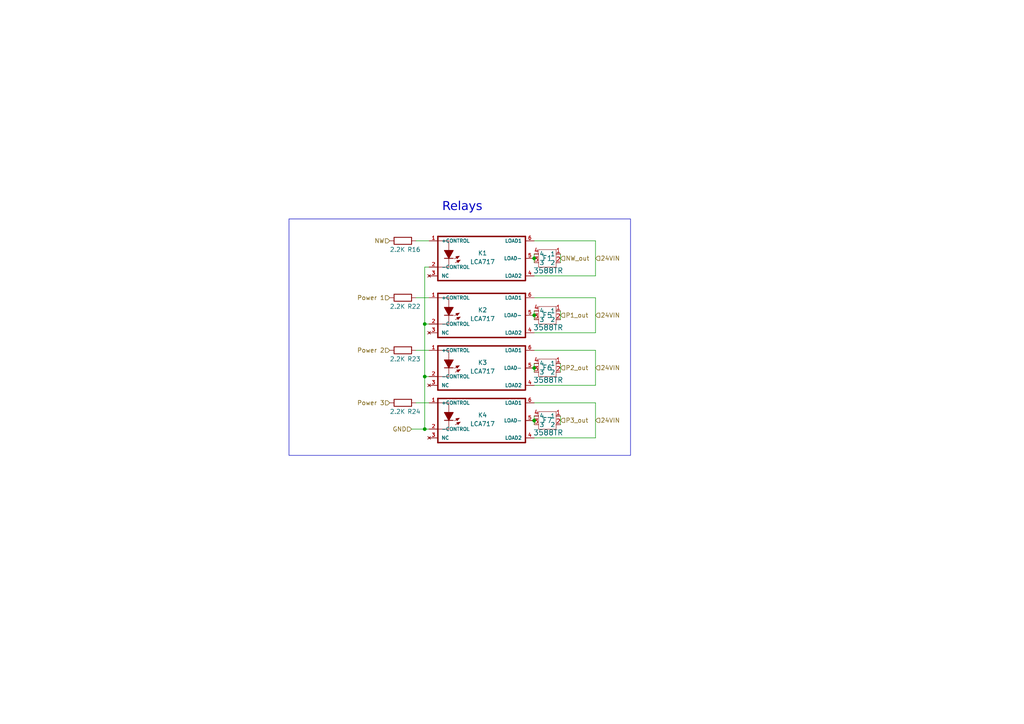
<source format=kicad_sch>
(kicad_sch (version 20231120) (generator "eeschema") (generator_version "8.0")
  (paper "A4")
  (lib_symbols
    (symbol "AusOcean:3588TR" (pin_names (offset 0.254))
      (property "Reference" "F" (at 20.32 10.16 0))
      (property "Value" "3588TR" (at 20.32 7.62 0))
      (symbol "3588TR_0_1"
        (polyline (pts (xy 7.62 -3.81) (xy 12.7 -3.81)) (stroke (width 0.127)))
        (polyline (pts (xy 7.62 1.27) (xy 7.62 -3.81)) (stroke (width 0.127)))
        (polyline (pts (xy 12.7 -3.81) (xy 12.7 1.27)) (stroke (width 0.127)))
        (polyline (pts (xy 12.7 1.27) (xy 7.62 1.27)) (stroke (width 0.127)))
      )
      (symbol "3588TR_1_1"
        (pin unspecified line (at 6.35 0 0) (length 1.27) (name "1") (number "1"))
        (pin unspecified line (at 6.35 -2.54 0) (length 1.27) (name "2") (number "2"))
        (pin unspecified line (at 13.97 -2.54 180) (length 1.27) (name "3") (number "3"))
        (pin unspecified line (at 13.97 0 180) (length 1.27) (name "4") (number "4"))
      )
    )
    (symbol "AusOcean:LCA717" (pin_names (offset 1.016))
      (property "Reference" "K" (at -12.7 7.62 0))
      (property "Value" "LCA717" (at -12.7 -8.9916 0))
      (symbol "LCA717_0_0"
        (polyline (pts (xy -12.7 -2.54) (xy -9.525 -2.54)) (stroke (width 0.1524)))
        (polyline (pts (xy -12.7 5.08) (xy -9.525 5.08)) (stroke (width 0.1524)))
        (polyline (pts (xy -12.7 6.35) (xy -12.7 -6.4516)) (stroke (width 0.4064)))
        (polyline (pts (xy -9.525 -2.54) (xy -9.525 0)) (stroke (width 0.1524)))
        (polyline (pts (xy -9.525 0) (xy -10.795 0)) (stroke (width 0.254)))
        (polyline (pts (xy -9.525 2.413) (xy -9.525 5.08)) (stroke (width 0.1524)))
        (polyline (pts (xy -8.255 0) (xy -9.525 0)) (stroke (width 0.254)))
        (polyline (pts (xy -7.874 -0.127) (xy -6.477 0.635)) (stroke (width 0.1524)))
        (polyline (pts (xy -7.62 -1.27) (xy -6.223 -0.508)) (stroke (width 0.1524)))
        (polyline (pts (xy 12.7 -6.4516) (xy -12.7 -6.4516)) (stroke (width 0.4064)))
        (polyline (pts (xy 12.7 6.35) (xy -12.7 6.35)) (stroke (width 0.4064)))
        (polyline (pts (xy 12.7 6.35) (xy 12.7 -6.35)) (stroke (width 0.4064)))
        (polyline (pts (xy -10.795 2.286) (xy -9.525 0) (xy -8.255 2.286) (xy -10.795 2.286)) (stroke (width 0.254)) (fill (type outline)))
        (polyline (pts (xy -7.493 0.508) (xy -7.112 -0.127) (xy -6.477 0.635) (xy -7.493 0.508)) (stroke (width 0.1524)) (fill (type outline)))
        (polyline (pts (xy -7.239 -0.635) (xy -6.858 -1.27) (xy -6.223 -0.508) (xy -7.239 -0.635)) (stroke (width 0.1524)) (fill (type outline)))
        (pin passive line (at -15.24 5.08 0) (length 2.54) (name "+CONTROL") (number "1"))
        (pin passive line (at -15.24 -2.54 0) (length 2.54) (name "-CONTROL") (number "2"))
        (pin no_connect line (at -15.24 -5.08 0) (length 2.54) (name "NC") (number "3"))
        (pin passive line (at 15.24 -5.08 180) (length 2.54) (name "LOAD2") (number "4"))
        (pin passive line (at 15.24 -0.0508 180) (length 2.54) (name "LOAD-") (number "5"))
        (pin passive line (at 15.24 5.08 180) (length 2.54) (name "LOAD1") (number "6"))
      )
    )
    (symbol "Device:R" (pin_numbers hide) (pin_names (offset 0))
      (property "Reference" "R" (at 2.032 0 90))
      (property "Value" "R" (at 0 0 90))
      (symbol "R_0_1"
        (rectangle (start -1.016 -2.54) (end 1.016 2.54) (stroke (width 0.254)))
      )
      (symbol "R_1_1"
        (pin passive line (at 0 3.81 270) (length 1.27) (name "~") (number "1"))
        (pin passive line (at 0 -3.81 90) (length 1.27) (name "~") (number "2"))
      )
    )
    (symbol "LCA717_1" (pin_names (offset 1.016))
      (property "Reference" "K" (at -12.7 7.62 0))
      (property "Value" "LCA717" (at -12.7 -8.9916 0))
      (symbol "LCA717_1_0_0"
        (polyline (pts (xy -12.7 -2.54) (xy -9.525 -2.54)) (stroke (width 0.1524)))
        (polyline (pts (xy -12.7 5.08) (xy -9.525 5.08)) (stroke (width 0.1524)))
        (polyline (pts (xy -12.7 6.35) (xy -12.7 -6.4516)) (stroke (width 0.4064)))
        (polyline (pts (xy -9.525 -2.54) (xy -9.525 0)) (stroke (width 0.1524)))
        (polyline (pts (xy -9.525 0) (xy -10.795 0)) (stroke (width 0.254)))
        (polyline (pts (xy -9.525 2.413) (xy -9.525 5.08)) (stroke (width 0.1524)))
        (polyline (pts (xy -8.255 0) (xy -9.525 0)) (stroke (width 0.254)))
        (polyline (pts (xy -7.874 -0.127) (xy -6.477 0.635)) (stroke (width 0.1524)))
        (polyline (pts (xy -7.62 -1.27) (xy -6.223 -0.508)) (stroke (width 0.1524)))
        (polyline (pts (xy 12.7 -6.4516) (xy -12.7 -6.4516)) (stroke (width 0.4064)))
        (polyline (pts (xy 12.7 6.35) (xy -12.7 6.35)) (stroke (width 0.4064)))
        (polyline (pts (xy 12.7 6.35) (xy 12.7 -6.35)) (stroke (width 0.4064)))
        (polyline (pts (xy -10.795 2.286) (xy -9.525 0) (xy -8.255 2.286) (xy -10.795 2.286)) (stroke (width 0.254)) (fill (type outline)))
        (polyline (pts (xy -7.493 0.508) (xy -7.112 -0.127) (xy -6.477 0.635) (xy -7.493 0.508)) (stroke (width 0.1524)) (fill (type outline)))
        (polyline (pts (xy -7.239 -0.635) (xy -6.858 -1.27) (xy -6.223 -0.508) (xy -7.239 -0.635)) (stroke (width 0.1524)) (fill (type outline)))
        (pin passive line (at -15.24 5.08 0) (length 2.54) (name "+CONTROL") (number "1"))
        (pin passive line (at -15.24 -2.54 0) (length 2.54) (name "-CONTROL") (number "2"))
        (pin no_connect line (at -15.24 -5.08 0) (length 2.54) (name "NC") (number "3"))
        (pin passive line (at 15.24 -5.08 180) (length 2.54) (name "LOAD2") (number "4"))
        (pin passive line (at 15.24 0 180) (length 2.54) (name "LOAD-") (number "5"))
        (pin passive line (at 15.24 5.08 180) (length 2.54) (name "LOAD1") (number "6"))
      )
    )
    (symbol "LCA717_2" (pin_names (offset 1.016))
      (property "Reference" "K" (at -12.7 7.62 0))
      (property "Value" "LCA717" (at -12.7 -8.9916 0))
      (symbol "LCA717_2_0_0"
        (polyline (pts (xy -12.7 -2.54) (xy -9.525 -2.54)) (stroke (width 0.1524)))
        (polyline (pts (xy -12.7 5.08) (xy -9.525 5.08)) (stroke (width 0.1524)))
        (polyline (pts (xy -12.7 6.35) (xy -12.7 -6.4516)) (stroke (width 0.4064)))
        (polyline (pts (xy -9.525 -2.54) (xy -9.525 0)) (stroke (width 0.1524)))
        (polyline (pts (xy -9.525 0) (xy -10.795 0)) (stroke (width 0.254)))
        (polyline (pts (xy -9.525 2.413) (xy -9.525 5.08)) (stroke (width 0.1524)))
        (polyline (pts (xy -8.255 0) (xy -9.525 0)) (stroke (width 0.254)))
        (polyline (pts (xy -7.874 -0.127) (xy -6.477 0.635)) (stroke (width 0.1524)))
        (polyline (pts (xy -7.62 -1.27) (xy -6.223 -0.508)) (stroke (width 0.1524)))
        (polyline (pts (xy 12.7 -6.4516) (xy -12.7 -6.4516)) (stroke (width 0.4064)))
        (polyline (pts (xy 12.7 6.35) (xy -12.7 6.35)) (stroke (width 0.4064)))
        (polyline (pts (xy 12.7 6.35) (xy 12.7 -6.35)) (stroke (width 0.4064)))
        (polyline (pts (xy -10.795 2.286) (xy -9.525 0) (xy -8.255 2.286) (xy -10.795 2.286)) (stroke (width 0.254)) (fill (type outline)))
        (polyline (pts (xy -7.493 0.508) (xy -7.112 -0.127) (xy -6.477 0.635) (xy -7.493 0.508)) (stroke (width 0.1524)) (fill (type outline)))
        (polyline (pts (xy -7.239 -0.635) (xy -6.858 -1.27) (xy -6.223 -0.508) (xy -7.239 -0.635)) (stroke (width 0.1524)) (fill (type outline)))
        (pin passive line (at -15.24 5.08 0) (length 2.54) (name "+CONTROL") (number "1"))
        (pin passive line (at -15.24 -2.54 0) (length 2.54) (name "-CONTROL") (number "2"))
        (pin no_connect line (at -15.24 -5.08 0) (length 2.54) (name "NC") (number "3"))
        (pin passive line (at 15.24 -5.08 180) (length 2.54) (name "LOAD2") (number "4"))
        (pin passive line (at 15.24 0 180) (length 2.54) (name "LOAD-") (number "5"))
        (pin passive line (at 15.24 5.08 180) (length 2.54) (name "LOAD1") (number "6"))
      )
    )
  )
  (junction (at 154.94 74.93))
  (junction (at 123.19 124.46))
  (junction (at 154.94 106.7308))
  (junction (at 154.94 91.44))
  (junction (at 123.19 109.22))
  (junction (at 123.19 93.98))
  (junction (at 154.94 121.9708))
  (wire (pts (xy 124.46 77.47) (xy 123.19 77.47)))
  (wire (pts (xy 120.65 69.85) (xy 124.46 69.85)))
  (wire (pts (xy 172.72 101.6) (xy 154.94 101.6)))
  (wire (pts (xy 162.56 90.17) (xy 162.56 92.71)))
  (wire (pts (xy 172.72 80.01) (xy 154.94 80.01)))
  (wire (pts (xy 154.94 73.66) (xy 154.94 74.93)))
  (wire (pts (xy 123.19 93.98) (xy 123.19 109.22)))
  (wire (pts (xy 154.94 106.7308) (xy 154.94 107.95)))
  (wire (pts (xy 172.72 116.84) (xy 172.72 127)))
  (wire (pts (xy 154.94 74.93) (xy 154.94 76.2)))
  (wire (pts (xy 120.65 116.84) (xy 124.46 116.84)))
  (wire (pts (xy 172.72 86.36) (xy 154.94 86.36)))
  (wire (pts (xy 123.19 77.47) (xy 123.19 93.98)))
  (wire (pts (xy 120.65 101.6) (xy 124.46 101.6)))
  (wire (pts (xy 154.94 121.9708) (xy 154.94 123.19)))
  (wire (pts (xy 172.72 86.36) (xy 172.72 96.52)))
  (wire (pts (xy 172.72 101.6) (xy 172.72 111.76)))
  (wire (pts (xy 172.72 127) (xy 154.94 127)))
  (wire (pts (xy 154.94 120.65) (xy 154.94 121.9708)))
  (wire (pts (xy 120.65 86.36) (xy 124.46 86.36)))
  (wire (pts (xy 162.56 120.65) (xy 162.56 123.19)))
  (wire (pts (xy 172.72 111.76) (xy 154.94 111.76)))
  (wire (pts (xy 162.56 73.66) (xy 162.56 76.2)))
  (wire (pts (xy 154.94 105.41) (xy 154.94 106.7308)))
  (wire (pts (xy 172.72 69.85) (xy 154.94 69.85)))
  (wire (pts (xy 123.19 109.22) (xy 124.46 109.22)))
  (wire (pts (xy 124.46 124.46) (xy 123.19 124.46)))
  (wire (pts (xy 154.94 90.17) (xy 154.94 91.44)))
  (wire (pts (xy 123.19 124.46) (xy 119.38 124.46)))
  (wire (pts (xy 123.19 109.22) (xy 123.19 124.46)))
  (wire (pts (xy 123.19 93.98) (xy 124.46 93.98)))
  (wire (pts (xy 172.72 96.52) (xy 154.94 96.52)))
  (wire (pts (xy 172.72 69.85) (xy 172.72 80.01)))
  (wire (pts (xy 162.56 105.41) (xy 162.56 107.95)))
  (wire (pts (xy 154.94 91.44) (xy 154.94 92.71)))
  (wire (pts (xy 172.72 116.84) (xy 154.94 116.84)))
  (rectangle (start 83.82 63.5) (end 182.88 132.08))
  (text "Relays" (at 128.27 62.23 0) (effects (font (size 2.54 2.54)) (justify left bottom)))
  (hierarchical_label "24VIN" (shape input) (at 172.72 121.92 0))
  (hierarchical_label "GND" (shape input) (at 119.38 124.46 180))
  (hierarchical_label "NW_out" (shape input) (at 162.56 74.93 0))
  (hierarchical_label "P3_out" (shape input) (at 162.56 121.92 0))
  (hierarchical_label "Power 3" (shape input) (at 113.03 116.84 180))
  (hierarchical_label "24VIN" (shape input) (at 172.72 74.93 0))
  (hierarchical_label "Power 1" (shape input) (at 113.03 86.36 180))
  (hierarchical_label "P2_out" (shape input) (at 162.56 106.68 0))
  (hierarchical_label "P1_out" (shape input) (at 162.56 91.44 0))
  (hierarchical_label "Power 2" (shape input) (at 113.03 101.6 180))
  (hierarchical_label "NW" (shape input) (at 113.03 69.85 180))
  (hierarchical_label "24VIN" (shape input) (at 172.72 106.68 0))
  (hierarchical_label "24VIN" (shape input) (at 172.72 91.44 0))
  (symbol (lib_id "AusOcean:3588TR") (at 168.91 90.17 0) (mirror y) (unit 1)
    (property "Reference" "F5" (at 158.75 91.44 0) (effects (font (size 1.524 1.524))))
    (property "Value" "3588TR" (at 159.004 94.996 0) (effects (font (size 1.524 1.524))))
    (property "Footprint" "AusOcean:3588TR_FUSE_HOLDER" (effects (hide yes)))
    (property "Datasheet" "3588TR" (effects (hide yes)))
  )
  (symbol (lib_id "Device:R") (at 116.84 86.36 270) (mirror x) (unit 1)
    (property "Reference" "R22" (at 118.11 88.9 90) (effects (justify left)))
    (property "Value" "2.2K" (at 113.03 88.9 90) (effects (justify left)))
    (property "Footprint" "Resistor_SMD:R_0201_0603Metric" (effects (hide yes)))
  )
  (symbol (lib_id "AusOcean:LCA717") (at 139.7 106.68 0) (unit 1)
    (property "Reference" "K3" (at 139.954 105.156 0))
    (property "Value" "LCA717" (at 139.954 107.696 0))
    (property "Footprint" "AusOcean:DIP762W60P254L838H406Q6N" (effects (hide yes)))
    (property "Description" "Single-Pole, Normally Open OptoMOS Relay" (effects (hide yes)))
    (property "MANUFACTURER_NAME" "IXYS SEMICONDUCTOR" (effects (hide yes)))
    (property "MF" "IXYS Integrated" (effects (hide yes)))
    (property "MOUSER_PRICE-STOCK" "https://www.mouser.co.uk/ProductDetail/IXYS-Integrated-Circuits/LCA717?qs=OpMkDkHXivO6K%2FzyQPme%2FA%3D%3D" (effects (hide yes)))
    (property "MOUSER_PART_NUMBER" "849-LCA717" (effects (hide yes)))
    (property "Price" "None" (effects (hide yes)))
    (property "Package" "DIP-6 IXYS Integrated Circuits" (effects (hide yes)))
    (property "Check_prices" "https://www.snapeda.com/parts/LCA717/IXYS/view-part/?ref=eda" (effects (hide yes)))
    (property "HEIGHT" "4.064mm" (effects (hide yes)))
    (property "MP" "LCA717" (effects (hide yes)))
    (property "SnapEDA_Link" "https://www.snapeda.com/parts/LCA717/IXYS/view-part/?ref=snap" (effects (hide yes)))
    (property "ARROW_PRICE-STOCK" "https://www.arrow.com/en/products/lca717/ixys" (effects (hide yes)))
    (property "ARROW_PART_NUMBER" "LCA717" (effects (hide yes)))
    (property "Description_1" "\n                        \n                            Solid State  SPST-NO (1 Form A) 6-SMD (0.300, 7.62mm)\n                        \n" (effects (hide yes)))
    (property "Availability" "In Stock" (effects (hide yes)))
    (property "MANUFACTURER_PART_NUMBER" "LCA717" (effects (hide yes)))
  )
  (symbol (lib_id "AusOcean:LCA717") (at 139.7 121.92 0) (unit 1)
    (property "Reference" "K4" (at 139.954 120.396 0))
    (property "Value" "LCA717" (at 139.954 122.936 0))
    (property "Footprint" "AusOcean:DIP762W60P254L838H406Q6N" (effects (hide yes)))
    (property "Description" "Single-Pole, Normally Open OptoMOS Relay" (effects (hide yes)))
    (property "MANUFACTURER_NAME" "IXYS SEMICONDUCTOR" (effects (hide yes)))
    (property "MF" "IXYS Integrated" (effects (hide yes)))
    (property "MOUSER_PRICE-STOCK" "https://www.mouser.co.uk/ProductDetail/IXYS-Integrated-Circuits/LCA717?qs=OpMkDkHXivO6K%2FzyQPme%2FA%3D%3D" (effects (hide yes)))
    (property "MOUSER_PART_NUMBER" "849-LCA717" (effects (hide yes)))
    (property "Price" "None" (effects (hide yes)))
    (property "Package" "DIP-6 IXYS Integrated Circuits" (effects (hide yes)))
    (property "Check_prices" "https://www.snapeda.com/parts/LCA717/IXYS/view-part/?ref=eda" (effects (hide yes)))
    (property "HEIGHT" "4.064mm" (effects (hide yes)))
    (property "MP" "LCA717" (effects (hide yes)))
    (property "SnapEDA_Link" "https://www.snapeda.com/parts/LCA717/IXYS/view-part/?ref=snap" (effects (hide yes)))
    (property "ARROW_PRICE-STOCK" "https://www.arrow.com/en/products/lca717/ixys" (effects (hide yes)))
    (property "ARROW_PART_NUMBER" "LCA717" (effects (hide yes)))
    (property "Description_1" "\n                        \n                            Solid State  SPST-NO (1 Form A) 6-SMD (0.300, 7.62mm)\n                        \n" (effects (hide yes)))
    (property "Availability" "In Stock" (effects (hide yes)))
    (property "MANUFACTURER_PART_NUMBER" "LCA717" (effects (hide yes)))
  )
  (symbol (lib_name "LCA717_2") (lib_id "AusOcean:LCA717") (at 139.7 91.44 0) (unit 1)
    (property "Reference" "K2" (at 139.954 89.916 0))
    (property "Value" "LCA717" (at 139.954 92.456 0))
    (property "Footprint" "AusOcean:DIP762W60P254L838H406Q6N" (effects (hide yes)))
    (property "Description" "Single-Pole, Normally Open OptoMOS Relay" (effects (hide yes)))
    (property "MANUFACTURER_NAME" "IXYS SEMICONDUCTOR" (effects (hide yes)))
    (property "MF" "IXYS Integrated" (effects (hide yes)))
    (property "MOUSER_PRICE-STOCK" "https://www.mouser.co.uk/ProductDetail/IXYS-Integrated-Circuits/LCA717?qs=OpMkDkHXivO6K%2FzyQPme%2FA%3D%3D" (effects (hide yes)))
    (property "MOUSER_PART_NUMBER" "849-LCA717" (effects (hide yes)))
    (property "Price" "None" (effects (hide yes)))
    (property "Package" "DIP-6 IXYS Integrated Circuits" (effects (hide yes)))
    (property "Check_prices" "https://www.snapeda.com/parts/LCA717/IXYS/view-part/?ref=eda" (effects (hide yes)))
    (property "HEIGHT" "4.064mm" (effects (hide yes)))
    (property "MP" "LCA717" (effects (hide yes)))
    (property "SnapEDA_Link" "https://www.snapeda.com/parts/LCA717/IXYS/view-part/?ref=snap" (effects (hide yes)))
    (property "ARROW_PRICE-STOCK" "https://www.arrow.com/en/products/lca717/ixys" (effects (hide yes)))
    (property "ARROW_PART_NUMBER" "LCA717" (effects (hide yes)))
    (property "Description_1" "\n                        \n                            Solid State  SPST-NO (1 Form A) 6-SMD (0.300, 7.62mm)\n                        \n" (effects (hide yes)))
    (property "Availability" "In Stock" (effects (hide yes)))
    (property "MANUFACTURER_PART_NUMBER" "LCA717" (effects (hide yes)))
  )
  (symbol (lib_id "Device:R") (at 116.84 101.6 270) (mirror x) (unit 1)
    (property "Reference" "R23" (at 118.11 104.14 90) (effects (justify left)))
    (property "Value" "2.2K" (at 113.03 104.14 90) (effects (justify left)))
    (property "Footprint" "Resistor_SMD:R_0201_0603Metric" (effects (hide yes)))
  )
  (symbol (lib_id "Device:R") (at 116.84 116.84 270) (mirror x) (unit 1)
    (property "Reference" "R24" (at 118.11 119.38 90) (effects (justify left)))
    (property "Value" "2.2K" (at 113.03 119.38 90) (effects (justify left)))
    (property "Footprint" "Resistor_SMD:R_0201_0603Metric" (effects (hide yes)))
  )
  (symbol (lib_id "AusOcean:3588TR") (at 168.91 120.65 0) (mirror y) (unit 1)
    (property "Reference" "F7" (at 158.75 121.92 0) (effects (font (size 1.524 1.524))))
    (property "Value" "3588TR" (at 159.004 125.476 0) (effects (font (size 1.524 1.524))))
    (property "Footprint" "AusOcean:3588TR_FUSE_HOLDER" (effects (hide yes)))
    (property "Datasheet" "3588TR" (effects (hide yes)))
  )
  (symbol (lib_id "AusOcean:3588TR") (at 168.91 105.41 0) (mirror y) (unit 1)
    (property "Reference" "F6" (at 158.75 106.68 0) (effects (font (size 1.524 1.524))))
    (property "Value" "3588TR" (at 159.004 110.236 0) (effects (font (size 1.524 1.524))))
    (property "Footprint" "AusOcean:3588TR_FUSE_HOLDER" (effects (hide yes)))
    (property "Datasheet" "3588TR" (effects (hide yes)))
  )
  (symbol (lib_name "LCA717_1") (lib_id "AusOcean:LCA717") (at 139.7 74.93 0) (unit 1)
    (property "Reference" "K1" (at 139.954 73.406 0))
    (property "Value" "LCA717" (at 139.954 75.946 0))
    (property "Footprint" "AusOcean:DIP762W60P254L838H406Q6N" (effects (hide yes)))
    (property "Description" "Single-Pole, Normally Open OptoMOS Relay" (effects (hide yes)))
    (property "MANUFACTURER_NAME" "IXYS SEMICONDUCTOR" (effects (hide yes)))
    (property "MF" "IXYS Integrated" (effects (hide yes)))
    (property "MOUSER_PRICE-STOCK" "https://www.mouser.co.uk/ProductDetail/IXYS-Integrated-Circuits/LCA717?qs=OpMkDkHXivO6K%2FzyQPme%2FA%3D%3D" (effects (hide yes)))
    (property "MOUSER_PART_NUMBER" "849-LCA717" (effects (hide yes)))
    (property "Price" "None" (effects (hide yes)))
    (property "Package" "DIP-6 IXYS Integrated Circuits" (effects (hide yes)))
    (property "Check_prices" "https://www.snapeda.com/parts/LCA717/IXYS/view-part/?ref=eda" (effects (hide yes)))
    (property "HEIGHT" "4.064mm" (effects (hide yes)))
    (property "MP" "LCA717" (effects (hide yes)))
    (property "SnapEDA_Link" "https://www.snapeda.com/parts/LCA717/IXYS/view-part/?ref=snap" (effects (hide yes)))
    (property "ARROW_PRICE-STOCK" "https://www.arrow.com/en/products/lca717/ixys" (effects (hide yes)))
    (property "ARROW_PART_NUMBER" "LCA717" (effects (hide yes)))
    (property "Description_1" "\n                        \n                            Solid State  SPST-NO (1 Form A) 6-SMD (0.300, 7.62mm)\n                        \n" (effects (hide yes)))
    (property "Availability" "In Stock" (effects (hide yes)))
    (property "MANUFACTURER_PART_NUMBER" "LCA717" (effects (hide yes)))
  )
  (symbol (lib_id "Device:R") (at 116.84 69.85 270) (mirror x) (unit 1)
    (property "Reference" "R16" (at 118.11 72.39 90) (effects (justify left)))
    (property "Value" "2.2K" (at 113.03 72.39 90) (effects (justify left)))
    (property "Footprint" "Resistor_SMD:R_0201_0603Metric" (effects (hide yes)))
  )
  (symbol (lib_id "AusOcean:3588TR") (at 168.91 73.66 0) (mirror y) (unit 1)
    (property "Reference" "F1" (at 158.75 74.93 0) (effects (font (size 1.524 1.524))))
    (property "Value" "3588TR" (at 159.004 78.486 0) (effects (font (size 1.524 1.524))))
    (property "Footprint" "AusOcean:3588TR_FUSE_HOLDER" (effects (hide yes)))
    (property "Datasheet" "3588TR" (effects (hide yes)))
  )
)
</source>
